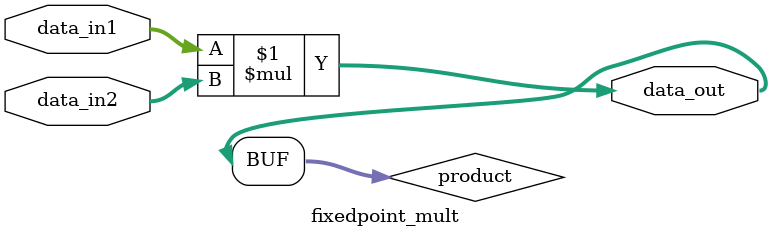
<source format=v>
`timescale 1ns / 1ps


module fixedpoint_mult#(parameter WI1 = 8, WI2 = 8, WF1 = 8, WF2 = 8, WIO = WI1 + WI2, WFO = WF1 + WF2)
                              (input signed [WI1 + WF1 - 1 : 0] data_in1,
                              input signed [WI2 + WF2 - 1 : 0] data_in2,
                              output signed [WIO + WFO - 1 : 0] data_out);
                              
    
    wire signed [WI1 + WI2 + WF1 + WF2 - 1 : 0] product;

    assign product = data_in1 * data_in2;

    assign data_out = product[WI1 + WI2 + WF1 + WF2 - 1 - (WF1 + WF2 - WFO) : WF1 + WF2 - WFO];

endmodule



</source>
